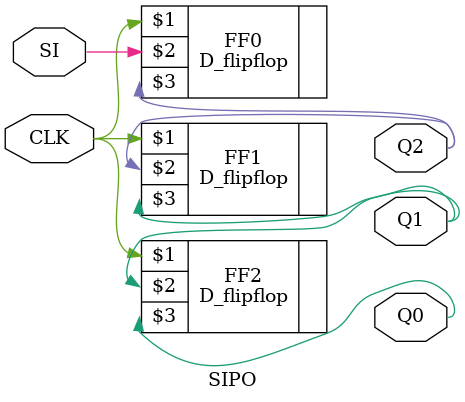
<source format=sv>

module SIPO(CLK, SI, Q2, Q1, Q0);
    input CLK, SI;
    output Q2, Q1, Q0;

    D_flipflop FF0 (CLK, SI, Q2);
    D_flipflop FF1 (CLK, Q2, Q1);
    D_flipflop FF2 (CLK, Q1, Q0);
endmodule

</source>
